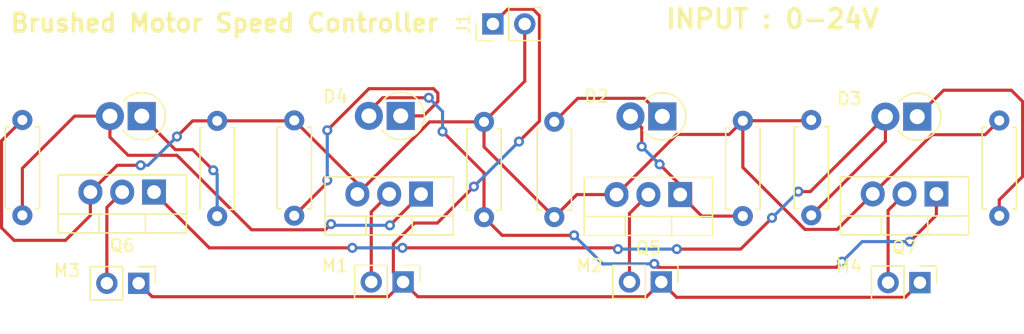
<source format=kicad_pcb>
(kicad_pcb (version 20221018) (generator pcbnew)
  (layers (0 "F.Cu" signal) (31 "B.Cu" signal) (34 "B.Paste" user) (35 "F.Paste" user) (36 "B.SilkS" user "B.Silkscreen") (37 "F.SilkS" user "F.Silkscreen") (38 "B.Mask" user) (39 "F.Mask" user) (44 "Edge.Cuts" user))
  (net 0 "")
  (net 1 "PWM_SIGNAL_1")
  (net 2 "Net-(M1--)")
  (net 3 "GND")
  (net 4 "Net-(M2--)")
  (net 5 "Net-(M3--)")
  (net 6 "Net-(M4--)")
  (net 7 "Net-(D1-K)")
  (net 8 "Net-(D2-K)")
  (net 9 "Net-(D3-K)")
  (net 10 "Net-(D4-K)")
  (net 11 "PWM_SIGNAL_2")
  (net 12 "PWM_SIGNAL_4")
  (net 13 "PWM_SIGNAL_3")
  (net 14 "0-24V")
  (footprint "Resistor_THT:R_Axial_DIN0207_L6.3mm_D2.5mm_P7.62mm_Horizontal" (layer "F.Cu") (at 85.71 68.05 90)
    (fp_text reference "R7" hide)
    (fp_text value "1k")
    (fp_line (start 0.54 -1.37) (end 7.08 -1.37) (stroke (width 0.12)) (layer "F.SilkS"))
    (fp_line (start 0.54 -1.04) (end 0.54 -1.37) (stroke (width 0.12)) (layer "F.SilkS"))
    (fp_line (start 0.54 1.04) (end 0.54 1.37) (stroke (width 0.12)) (layer "F.SilkS"))
    (fp_line (start 0.54 1.37) (end 7.08 1.37) (stroke (width 0.12)) (layer "F.SilkS"))
    (fp_line (start 7.08 -1.37) (end 7.08 -1.04) (stroke (width 0.12)) (layer "F.SilkS"))
    (fp_line (start 7.08 1.37) (end 7.08 1.04) (stroke (width 0.12)) (layer "F.SilkS"))
    (pad "1" thru_hole circle (at 0 0 90) (size 1.6 1.6) (drill 0.8) (layers "*.Cu" "*.Mask") (net 13 "PWM_SIGNAL_3"))
    (pad "2" thru_hole oval (at 7.62 0 90) (size 1.6 1.6) (drill 0.8) (layers "*.Cu" "*.Mask") (net 3 "GND"))
  )
  (footprint "Diode_THT:D_DO-15_P2.54mm_Vertical_AnodeUp" (layer "F.Cu") (at 79.06 59.95 180)
    (fp_text reference "D4" (at 5.21 1.53) (layer "F.SilkS"))
    (fp_text value "POWER_LED")
    (fp_arc (start 1.456371 1.194732) (mid -1.883124 -0.047368) (end 1.514596 -1.12) (stroke (width 0.12)) (layer "F.SilkS"))
    (pad "1" thru_hole rect (at 0 0 180) (size 2.24 2.24) (drill 1.2) (layers "*.Cu" "*.Mask") (net 10 "Net-(D4-K)"))
    (pad "2" thru_hole oval (at 2.54 0 180) (size 2.24 2.24) (drill 1.2) (layers "*.Cu" "*.Mask") (net 13 "PWM_SIGNAL_3"))
  )
  (footprint "Resistor_THT:R_Axial_DIN0207_L6.3mm_D2.5mm_P7.62mm_Horizontal" (layer "F.Cu") (at 106.37 67.96 90)
    (fp_text reference "R3" hide)
    (fp_text value "1k")
    (fp_line (start 0.54 -1.37) (end 7.08 -1.37) (stroke (width 0.12)) (layer "F.SilkS"))
    (fp_line (start 0.54 -1.04) (end 0.54 -1.37) (stroke (width 0.12)) (layer "F.SilkS"))
    (fp_line (start 0.54 1.04) (end 0.54 1.37) (stroke (width 0.12)) (layer "F.SilkS"))
    (fp_line (start 0.54 1.37) (end 7.08 1.37) (stroke (width 0.12)) (layer "F.SilkS"))
    (fp_line (start 7.08 -1.37) (end 7.08 -1.04) (stroke (width 0.12)) (layer "F.SilkS"))
    (fp_line (start 7.08 1.37) (end 7.08 1.04) (stroke (width 0.12)) (layer "F.SilkS"))
    (pad "1" thru_hole circle (at 0 0 90) (size 1.6 1.6) (drill 0.8) (layers "*.Cu" "*.Mask") (net 11 "PWM_SIGNAL_2"))
    (pad "2" thru_hole oval (at 7.62 0 90) (size 1.6 1.6) (drill 0.8) (layers "*.Cu" "*.Mask") (net 3 "GND"))
  )
  (footprint "Connector_PinHeader_2.54mm:PinHeader_1x02_P2.54mm_Vertical" (layer "F.Cu") (at 58.145 73.33 -90)
    (fp_text reference "M3" (at -1.01 5.72 -180) (layer "F.SilkS"))
    (fp_text value "Motor_DC")
    (fp_line (start -1.33 -1.33) (end 0 -1.33) (stroke (width 0.12)) (layer "F.SilkS"))
    (fp_line (start -1.33 0) (end -1.33 -1.33) (stroke (width 0.12)) (layer "F.SilkS"))
    (fp_line (start -1.33 1.27) (end -1.33 3.87) (stroke (width 0.12)) (layer "F.SilkS"))
    (fp_line (start -1.33 1.27) (end 1.33 1.27) (stroke (width 0.12)) (layer "F.SilkS"))
    (fp_line (start -1.33 3.87) (end 1.33 3.87) (stroke (width 0.12)) (layer "F.SilkS"))
    (fp_line (start 1.33 1.27) (end 1.33 3.87) (stroke (width 0.12)) (layer "F.SilkS"))
    (pad "1" thru_hole rect (at 0 0 270) (size 1.7 1.7) (drill 1) (layers "*.Cu" "*.Mask") (net 14 "0-24V"))
    (pad "2" thru_hole oval (at 0 2.54 270) (size 1.7 1.7) (drill 1) (layers "*.Cu" "*.Mask") (net 5 "Net-(M3--)"))
  )
  (footprint "Resistor_THT:R_Axial_DIN0207_L6.3mm_D2.5mm_P7.62mm_Horizontal" (layer "F.Cu") (at 126.84 67.94 90)
    (fp_text reference "R6" hide)
    (fp_text value "1k")
    (fp_line (start 0.54 -1.37) (end 7.08 -1.37) (stroke (width 0.12)) (layer "F.SilkS"))
    (fp_line (start 0.54 -1.04) (end 0.54 -1.37) (stroke (width 0.12)) (layer "F.SilkS"))
    (fp_line (start 0.54 1.04) (end 0.54 1.37) (stroke (width 0.12)) (layer "F.SilkS"))
    (fp_line (start 0.54 1.37) (end 7.08 1.37) (stroke (width 0.12)) (layer "F.SilkS"))
    (fp_line (start 7.08 -1.37) (end 7.08 -1.04) (stroke (width 0.12)) (layer "F.SilkS"))
    (fp_line (start 7.08 1.37) (end 7.08 1.04) (stroke (width 0.12)) (layer "F.SilkS"))
    (pad "1" thru_hole circle (at 0 0 90) (size 1.6 1.6) (drill 0.8) (layers "*.Cu" "*.Mask") (net 9 "Net-(D3-K)"))
    (pad "2" thru_hole oval (at 7.62 0 90) (size 1.6 1.6) (drill 0.8) (layers "*.Cu" "*.Mask") (net 3 "GND"))
  )
  (footprint "Package_TO_SOT_THT:TO-220-3_Vertical" (layer "F.Cu") (at 80.68 66.2 180)
    (fp_text reference "Q1" hide)
    (fp_text value "IRF520N")
    (fp_line (start -2.58 -3.27) (end -2.58 1.371) (stroke (width 0.12)) (layer "F.SilkS"))
    (fp_line (start -2.58 -3.27) (end 7.66 -3.27) (stroke (width 0.12)) (layer "F.SilkS"))
    (fp_line (start -2.58 -1.76) (end 7.66 -1.76) (stroke (width 0.12)) (layer "F.SilkS"))
    (fp_line (start -2.58 1.371) (end 7.66 1.371) (stroke (width 0.12)) (layer "F.SilkS"))
    (fp_line (start 0.69 -3.27) (end 0.69 -1.76) (stroke (width 0.12)) (layer "F.SilkS"))
    (fp_line (start 4.391 -3.27) (end 4.391 -1.76) (stroke (width 0.12)) (layer "F.SilkS"))
    (fp_line (start 7.66 -3.27) (end 7.66 1.371) (stroke (width 0.12)) (layer "F.SilkS"))
    (pad "1" thru_hole rect (at 0 0 180) (size 1.905 2) (drill 1.1) (layers "*.Cu" "*.Mask") (net 1 "PWM_SIGNAL_1"))
    (pad "2" thru_hole oval (at 2.54 0 180) (size 1.905 2) (drill 1.1) (layers "*.Cu" "*.Mask") (net 2 "Net-(M1--)"))
    (pad "3" thru_hole oval (at 5.08 0 180) (size 1.905 2) (drill 1.1) (layers "*.Cu" "*.Mask") (net 3 "GND"))
  )
  (footprint "Resistor_THT:R_Axial_DIN0207_L6.3mm_D2.5mm_P7.62mm_Horizontal" (layer "F.Cu") (at 64.41 67.97 90)
    (fp_text reference "R2" hide)
    (fp_text value "1k")
    (fp_line (start 0.54 -1.37) (end 7.08 -1.37) (stroke (width 0.12)) (layer "F.SilkS"))
    (fp_line (start 0.54 -1.04) (end 0.54 -1.37) (stroke (width 0.12)) (layer "F.SilkS"))
    (fp_line (start 0.54 1.04) (end 0.54 1.37) (stroke (width 0.12)) (layer "F.SilkS"))
    (fp_line (start 0.54 1.37) (end 7.08 1.37) (stroke (width 0.12)) (layer "F.SilkS"))
    (fp_line (start 7.08 -1.37) (end 7.08 -1.04) (stroke (width 0.12)) (layer "F.SilkS"))
    (fp_line (start 7.08 1.37) (end 7.08 1.04) (stroke (width 0.12)) (layer "F.SilkS"))
    (pad "1" thru_hole circle (at 0 0 90) (size 1.6 1.6) (drill 0.8) (layers "*.Cu" "*.Mask") (net 7 "Net-(D1-K)"))
    (pad "2" thru_hole oval (at 7.62 0 90) (size 1.6 1.6) (drill 0.8) (layers "*.Cu" "*.Mask") (net 3 "GND"))
  )
  (footprint "Resistor_THT:R_Axial_DIN0207_L6.3mm_D2.5mm_P7.62mm_Horizontal" (layer "F.Cu") (at 91.32 60.42 -90)
    (fp_text reference "R4" hide)
    (fp_text value "1k")
    (fp_line (start 0.54 -1.37) (end 7.08 -1.37) (stroke (width 0.12)) (layer "F.SilkS"))
    (fp_line (start 0.54 -1.04) (end 0.54 -1.37) (stroke (width 0.12)) (layer "F.SilkS"))
    (fp_line (start 0.54 1.04) (end 0.54 1.37) (stroke (width 0.12)) (layer "F.SilkS"))
    (fp_line (start 0.54 1.37) (end 7.08 1.37) (stroke (width 0.12)) (layer "F.SilkS"))
    (fp_line (start 7.08 -1.37) (end 7.08 -1.04) (stroke (width 0.12)) (layer "F.SilkS"))
    (fp_line (start 7.08 1.37) (end 7.08 1.04) (stroke (width 0.12)) (layer "F.SilkS"))
    (pad "1" thru_hole circle (at 0 0 270) (size 1.6 1.6) (drill 0.8) (layers "*.Cu" "*.Mask") (net 8 "Net-(D2-K)"))
    (pad "2" thru_hole oval (at 7.62 0 270) (size 1.6 1.6) (drill 0.8) (layers "*.Cu" "*.Mask") (net 3 "GND"))
  )
  (footprint "Resistor_THT:R_Axial_DIN0207_L6.3mm_D2.5mm_P7.62mm_Horizontal" (layer "F.Cu") (at 48.86 67.9 90)
    (fp_text reference "R1" hide)
    (fp_text value "1k")
    (fp_line (start 0.54 -1.37) (end 7.08 -1.37) (stroke (width 0.12)) (layer "F.SilkS"))
    (fp_line (start 0.54 -1.04) (end 0.54 -1.37) (stroke (width 0.12)) (layer "F.SilkS"))
    (fp_line (start 0.54 1.04) (end 0.54 1.37) (stroke (width 0.12)) (layer "F.SilkS"))
    (fp_line (start 0.54 1.37) (end 7.08 1.37) (stroke (width 0.12)) (layer "F.SilkS"))
    (fp_line (start 7.08 -1.37) (end 7.08 -1.04) (stroke (width 0.12)) (layer "F.SilkS"))
    (fp_line (start 7.08 1.37) (end 7.08 1.04) (stroke (width 0.12)) (layer "F.SilkS"))
    (pad "1" thru_hole circle (at 0 0 90) (size 1.6 1.6) (drill 0.8) (layers "*.Cu" "*.Mask") (net 1 "PWM_SIGNAL_1"))
    (pad "2" thru_hole oval (at 7.62 0 90) (size 1.6 1.6) (drill 0.8) (layers "*.Cu" "*.Mask") (net 3 "GND"))
  )
  (footprint "Connector_PinHeader_2.54mm:PinHeader_1x02_P2.54mm_Vertical" (layer "F.Cu") (at 79.25 73.23 -90)
    (fp_text reference "M1" (at -1.31 5.45 -180) (layer "F.SilkS"))
    (fp_text value "Motor_DC")
    (fp_line (start -1.33 -1.33) (end 0 -1.33) (stroke (width 0.12)) (layer "F.SilkS"))
    (fp_line (start -1.33 0) (end -1.33 -1.33) (stroke (width 0.12)) (layer "F.SilkS"))
    (fp_line (start -1.33 1.27) (end -1.33 3.87) (stroke (width 0.12)) (layer "F.SilkS"))
    (fp_line (start -1.33 1.27) (end 1.33 1.27) (stroke (width 0.12)) (layer "F.SilkS"))
    (fp_line (start -1.33 3.87) (end 1.33 3.87) (stroke (width 0.12)) (layer "F.SilkS"))
    (fp_line (start 1.33 1.27) (end 1.33 3.87) (stroke (width 0.12)) (layer "F.SilkS"))
    (pad "1" thru_hole rect (at 0 0 270) (size 1.7 1.7) (drill 1) (layers "*.Cu" "*.Mask") (net 14 "0-24V"))
    (pad "2" thru_hole oval (at 0 2.54 270) (size 1.7 1.7) (drill 1) (layers "*.Cu" "*.Mask") (net 2 "Net-(M1--)"))
  )
  (footprint "Diode_THT:D_DO-15_P2.54mm_Vertical_AnodeUp" (layer "F.Cu") (at 99.94 59.99 180)
    (fp_text reference "D2" (at 5.24 1.61) (layer "F.SilkS"))
    (fp_text value "POWER_LED")
    (fp_arc (start 1.456371 1.194732) (mid -1.883124 -0.047368) (end 1.514596 -1.12) (stroke (width 0.12)) (layer "F.SilkS"))
    (pad "1" thru_hole rect (at 0 0 180) (size 2.24 2.24) (drill 1.2) (layers "*.Cu" "*.Mask") (net 8 "Net-(D2-K)"))
    (pad "2" thru_hole oval (at 2.54 0 180) (size 2.24 2.24) (drill 1.2) (layers "*.Cu" "*.Mask") (net 11 "PWM_SIGNAL_2"))
  )
  (footprint "Package_TO_SOT_THT:TO-220-3_Vertical" (layer "F.Cu") (at 101.37 66.24 180)
    (fp_text reference "Q5" (at 2.54 -4.27) (layer "F.SilkS"))
    (fp_text value "IRF520N")
    (fp_line (start -2.58 -3.27) (end -2.58 1.371) (stroke (width 0.12)) (layer "F.SilkS"))
    (fp_line (start -2.58 -3.27) (end 7.66 -3.27) (stroke (width 0.12)) (layer "F.SilkS"))
    (fp_line (start -2.58 -1.76) (end 7.66 -1.76) (stroke (width 0.12)) (layer "F.SilkS"))
    (fp_line (start -2.58 1.371) (end 7.66 1.371) (stroke (width 0.12)) (layer "F.SilkS"))
    (fp_line (start 0.69 -3.27) (end 0.69 -1.76) (stroke (width 0.12)) (layer "F.SilkS"))
    (fp_line (start 4.391 -3.27) (end 4.391 -1.76) (stroke (width 0.12)) (layer "F.SilkS"))
    (fp_line (start 7.66 -3.27) (end 7.66 1.371) (stroke (width 0.12)) (layer "F.SilkS"))
    (pad "1" thru_hole rect (at 0 0 180) (size 1.905 2) (drill 1.1) (layers "*.Cu" "*.Mask") (net 11 "PWM_SIGNAL_2"))
    (pad "2" thru_hole oval (at 2.54 0 180) (size 1.905 2) (drill 1.1) (layers "*.Cu" "*.Mask") (net 4 "Net-(M2--)"))
    (pad "3" thru_hole oval (at 5.08 0 180) (size 1.905 2) (drill 1.1) (layers "*.Cu" "*.Mask") (net 3 "GND"))
  )
  (footprint "Diode_THT:D_DO-15_P2.54mm_Vertical_AnodeUp" (layer "F.Cu") (at 120.29 60.01 180)
    (fp_text reference "D3" (at 5.4 1.43) (layer "F.SilkS"))
    (fp_text value "POWER_LED")
    (fp_arc (start 1.456371 1.194732) (mid -1.883124 -0.047368) (end 1.514596 -1.12) (stroke (width 0.12)) (layer "F.SilkS"))
    (pad "1" thru_hole rect (at 0 0 180) (size 2.24 2.24) (drill 1.2) (layers "*.Cu" "*.Mask") (net 9 "Net-(D3-K)"))
    (pad "2" thru_hole oval (at 2.54 0 180) (size 2.24 2.24) (drill 1.2) (layers "*.Cu" "*.Mask") (net 12 "PWM_SIGNAL_4"))
  )
  (footprint "Package_TO_SOT_THT:TO-220-3_Vertical" (layer "F.Cu") (at 121.82 66.19 180)
    (fp_text reference "Q7" (at 2.54 -4.27) (layer "F.SilkS"))
    (fp_text value "IRF520N")
    (fp_line (start -2.58 -3.27) (end -2.58 1.371) (stroke (width 0.12)) (layer "F.SilkS"))
    (fp_line (start -2.58 -3.27) (end 7.66 -3.27) (stroke (width 0.12)) (layer "F.SilkS"))
    (fp_line (start -2.58 -1.76) (end 7.66 -1.76) (stroke (width 0.12)) (layer "F.SilkS"))
    (fp_line (start -2.58 1.371) (end 7.66 1.371) (stroke (width 0.12)) (layer "F.SilkS"))
    (fp_line (start 0.69 -3.27) (end 0.69 -1.76) (stroke (width 0.12)) (layer "F.SilkS"))
    (fp_line (start 4.391 -3.27) (end 4.391 -1.76) (stroke (width 0.12)) (layer "F.SilkS"))
    (fp_line (start 7.66 -3.27) (end 7.66 1.371) (stroke (width 0.12)) (layer "F.SilkS"))
    (pad "1" thru_hole rect (at 0 0 180) (size 1.905 2) (drill 1.1) (layers "*.Cu" "*.Mask") (net 13 "PWM_SIGNAL_3"))
    (pad "2" thru_hole oval (at 2.54 0 180) (size 1.905 2) (drill 1.1) (layers "*.Cu" "*.Mask") (net 6 "Net-(M4--)"))
    (pad "3" thru_hole oval (at 5.08 0 180) (size 1.905 2) (drill 1.1) (layers "*.Cu" "*.Mask") (net 3 "GND"))
  )
  (footprint "Connector_PinHeader_2.54mm:PinHeader_1x02_P2.54mm_Vertical" (layer "F.Cu") (at 120.505 73.28 -90)
    (fp_text reference "M4" (at -1.31 5.665 -180) (layer "F.SilkS"))
    (fp_text value "Motor_DC")
    (fp_line (start -1.33 -1.33) (end 0 -1.33) (stroke (width 0.12)) (layer "F.SilkS"))
    (fp_line (start -1.33 0) (end -1.33 -1.33) (stroke (width 0.12)) (layer "F.SilkS"))
    (fp_line (start -1.33 1.27) (end -1.33 3.87) (stroke (width 0.12)) (layer "F.SilkS"))
    (fp_line (start -1.33 1.27) (end 1.33 1.27) (stroke (width 0.12)) (layer "F.SilkS"))
    (fp_line (start -1.33 3.87) (end 1.33 3.87) (stroke (width 0.12)) (layer "F.SilkS"))
    (fp_line (start 1.33 1.27) (end 1.33 3.87) (stroke (width 0.12)) (layer "F.SilkS"))
    (pad "1" thru_hole rect (at 0 0 270) (size 1.7 1.7) (drill 1) (layers "*.Cu" "*.Mask") (net 14 "0-24V"))
    (pad "2" thru_hole oval (at 0 2.54 270) (size 1.7 1.7) (drill 1) (layers "*.Cu" "*.Mask") (net 6 "Net-(M4--)"))
  )
  (footprint "Diode_THT:D_DO-15_P2.54mm_Vertical_AnodeUp" (layer "F.Cu") (at 58.39 59.97 180)
    (fp_text reference "D1" hide)
    (fp_text value "POWER_LED")
    (fp_arc (start 1.456371 1.194732) (mid -1.883124 -0.047368) (end 1.514596 -1.12) (stroke (width 0.12)) (layer "F.SilkS"))
    (pad "1" thru_hole rect (at 0 0 180) (size 2.24 2.24) (drill 1.2) (layers "*.Cu" "*.Mask") (net 7 "Net-(D1-K)"))
    (pad "2" thru_hole oval (at 2.54 0 180) (size 2.24 2.24) (drill 1.2) (layers "*.Cu" "*.Mask") (net 1 "PWM_SIGNAL_1"))
  )
  (footprint "Connector_PinHeader_2.54mm:PinHeader_1x02_P2.54mm_Vertical" (layer "F.Cu") (at 86.42 52.6 90)
    (fp_text reference "J1" (at 0 -2.33 90) (layer "F.SilkS"))
    (fp_text value "Vbat")
    (fp_line (start -1.33 -1.33) (end 0 -1.33) (stroke (width 0.12)) (layer "F.SilkS"))
    (fp_line (start -1.33 0) (end -1.33 -1.33) (stroke (width 0.12)) (layer "F.SilkS"))
    (fp_line (start -1.33 1.27) (end -1.33 3.87) (stroke (width 0.12)) (layer "F.SilkS"))
    (fp_line (start -1.33 1.27) (end 1.33 1.27) (stroke (width 0.12)) (layer "F.SilkS"))
    (fp_line (start -1.33 3.87) (end 1.33 3.87) (stroke (width 0.12)) (layer "F.SilkS"))
    (fp_line (start 1.33 1.27) (end 1.33 3.87) (stroke (width 0.12)) (layer "F.SilkS"))
    (pad "1" thru_hole rect (at 0 0 90) (size 1.7 1.7) (drill 1) (layers "*.Cu" "*.Mask") (net 14 "0-24V"))
    (pad "2" thru_hole oval (at 0 2.54 90) (size 1.7 1.7) (drill 1) (layers "*.Cu" "*.Mask") (net 3 "GND"))
  )
  (footprint "Resistor_THT:R_Axial_DIN0207_L6.3mm_D2.5mm_P7.62mm_Horizontal" (layer "F.Cu") (at 70.56 67.93 90)
    (fp_text reference "R8" hide)
    (fp_text value "1k")
    (fp_line (start 0.54 -1.37) (end 7.08 -1.37) (stroke (width 0.12)) (layer "F.SilkS"))
    (fp_line (start 0.54 -1.04) (end 0.54 -1.37) (stroke (width 0.12)) (layer "F.SilkS"))
    (fp_line (start 0.54 1.04) (end 0.54 1.37) (stroke (width 0.12)) (layer "F.SilkS"))
    (fp_line (start 0.54 1.37) (end 7.08 1.37) (stroke (width 0.12)) (layer "F.SilkS"))
    (fp_line (start 7.08 -1.37) (end 7.08 -1.04) (stroke (width 0.12)) (layer "F.SilkS"))
    (fp_line (start 7.08 1.37) (end 7.08 1.04) (stroke (width 0.12)) (layer "F.SilkS"))
    (pad "1" thru_hole circle (at 0 0 90) (size 1.6 1.6) (drill 0.8) (layers "*.Cu" "*.Mask") (net 10 "Net-(D4-K)"))
    (pad "2" thru_hole oval (at 7.62 0 90) (size 1.6 1.6) (drill 0.8) (layers "*.Cu" "*.Mask") (net 3 "GND"))
  )
  (footprint "Resistor_THT:R_Axial_DIN0207_L6.3mm_D2.5mm_P7.62mm_Horizontal" (layer "F.Cu") (at 111.83 67.9 90)
    (fp_text reference "R5" hide)
    (fp_text value "1k")
    (fp_line (start 0.54 -1.37) (end 7.08 -1.37) (stroke (width 0.12)) (layer "F.SilkS"))
    (fp_line (start 0.54 -1.04) (end 0.54 -1.37) (stroke (width 0.12)) (layer "F.SilkS"))
    (fp_line (start 0.54 1.04) (end 0.54 1.37) (stroke (width 0.12)) (layer "F.SilkS"))
    (fp_line (start 0.54 1.37) (end 7.08 1.37) (stroke (width 0.12)) (layer "F.SilkS"))
    (fp_line (start 7.08 -1.37) (end 7.08 -1.04) (stroke (width 0.12)) (layer "F.SilkS"))
    (fp_line (start 7.08 1.37) (end 7.08 1.04) (stroke (width 0.12)) (layer "F.SilkS"))
    (pad "1" thru_hole circle (at 0 0 90) (size 1.6 1.6) (drill 0.8) (layers "*.Cu" "*.Mask") (net 12 "PWM_SIGNAL_4"))
    (pad "2" thru_hole oval (at 7.62 0 90) (size 1.6 1.6) (drill 0.8) (layers "*.Cu" "*.Mask") (net 3 "GND"))
  )
  (footprint "Connector_PinHeader_2.54mm:PinHeader_1x02_P2.54mm_Vertical" (layer "F.Cu") (at 99.86 73.23 -90)
    (fp_text reference "M2" (at -1.31 5.72 -180) (layer "F.SilkS"))
    (fp_text value "Motor_DC")
    (fp_line (start -1.33 -1.33) (end 0 -1.33) (stroke (width 0.12)) (layer "F.SilkS"))
    (fp_line (start -1.33 0) (end -1.33 -1.33) (stroke (width 0.12)) (layer "F.SilkS"))
    (fp_line (start -1.33 1.27) (end -1.33 3.87) (stroke (width 0.12)) (layer "F.SilkS"))
    (fp_line (start -1.33 1.27) (end 1.33 1.27) (stroke (width 0.12)) (layer "F.SilkS"))
    (fp_line (start -1.33 3.87) (end 1.33 3.87) (stroke (width 0.12)) (layer "F.SilkS"))
    (fp_line (start 1.33 1.27) (end 1.33 3.87) (stroke (width 0.12)) (layer "F.SilkS"))
    (pad "1" thru_hole rect (at 0 0 270) (size 1.7 1.7) (drill 1) (layers "*.Cu" "*.Mask") (net 14 "0-24V"))
    (pad "2" thru_hole oval (at 0 2.54 270) (size 1.7 1.7) (drill 1) (layers "*.Cu" "*.Mask") (net 4 "Net-(M2--)"))
  )
  (footprint "Package_TO_SOT_THT:TO-220-3_Vertical" (layer "F.Cu") (at 59.37 66.04 180)
    (fp_text reference "Q6" (at 2.54 -4.27) (layer "F.SilkS"))
    (fp_text value "IRF520N")
    (fp_line (start -2.58 -3.27) (end -2.58 1.371) (stroke (width 0.12)) (layer "F.SilkS"))
    (fp_line (start -2.58 -3.27) (end 7.66 -3.27) (stroke (width 0.12)) (layer "F.SilkS"))
    (fp_line (start -2.58 -1.76) (end 7.66 -1.76) (stroke (width 0.12)) (layer "F.SilkS"))
    (fp_line (start -2.58 1.371) (end 7.66 1.371) (stroke (width 0.12)) (layer "F.SilkS"))
    (fp_line (start 0.69 -3.27) (end 0.69 -1.76) (stroke (width 0.12)) (layer "F.SilkS"))
    (fp_line (start 4.391 -3.27) (end 4.391 -1.76) (stroke (width 0.12)) (layer "F.SilkS"))
    (fp_line (start 7.66 -3.27) (end 7.66 1.371) (stroke (width 0.12)) (layer "F.SilkS"))
    (pad "1" thru_hole rect (at 0 0 180) (size 1.905 2) (drill 1.1) (layers "*.Cu" "*.Mask") (net 12 "PWM_SIGNAL_4"))
    (pad "2" thru_hole oval (at 2.54 0 180) (size 1.905 2) (drill 1.1) (layers "*.Cu" "*.Mask") (net 5 "Net-(M3--)"))
    (pad "3" thru_hole oval (at 5.08 0 180) (size 1.905 2) (drill 1.1) (layers "*.Cu" "*.Mask") (net 3 "GND"))
  )
  (gr_text "Brushed Motor Speed Controller " (at 47.752 53.34) (layer "F.SilkS") (effects (font (size 1.4 1.4) (thickness 0.3) bold) (justify left bottom)))
  (gr_text "INPUT : 0-24V" (at 100.076 53.086) (layer "F.SilkS") (effects (font (size 1.5 1.5) (thickness 0.3) bold) (justify left bottom)))
  (segment (start 53.03 59.97) (end 55.85 59.97) (width 0.25) (layer "F.Cu") (net 1))
  (segment (start 48.86 64.14) (end 53.03 59.97) (width 0.25) (layer "F.Cu") (net 1))
  (segment (start 55.85 61.65) (end 55.85 59.97) (width 0.25) (layer "F.Cu") (net 1))
  (segment (start 80.68 66.2) (end 80.68 66.22) (width 0.25) (layer "F.Cu") (net 1))
  (segment (start 48.86 67.9) (end 48.86 64.14) (width 0.25) (layer "F.Cu") (net 1))
  (segment (start 61.2 63.1) (end 57.3 63.1) (width 0.25) (layer "F.Cu") (net 1))
  (segment (start 57.3 63.1) (end 55.85 61.65) (width 0.25) (layer "F.Cu") (net 1))
  (segment (start 80.68 66.22) (end 78.2 68.7) (width 0.25) (layer "F.Cu") (net 1))
  (segment (start 73.5 68.6) (end 73.045 69.055) (width 0.25) (layer "F.Cu") (net 1))
  (segment (start 73.045 69.055) (end 67.155 69.055) (width 0.25) (layer "F.Cu") (net 1))
  (segment (start 67.155 69.055) (end 61.2 63.1) (width 0.25) (layer "F.Cu") (net 1))
  (via (at 73.5 68.6) (size 0.8) (drill 0.4) (layers "F.Cu" "B.Cu") (net 1))
  (via (at 78.2 68.7) (size 0.8) (drill 0.4) (layers "F.Cu" "B.Cu") (net 1))
  (segment (start 73.6 68.7) (end 73.5 68.6) (width 0.25) (layer "B.Cu") (net 1))
  (segment (start 78.2 68.7) (end 73.6 68.7) (width 0.25) (layer "B.Cu") (net 1))
  (segment (start 76.71 73.23) (end 76.71 67.63) (width 0.25) (layer "F.Cu") (net 2))
  (segment (start 76.71 67.63) (end 78.14 66.2) (width 0.25) (layer "F.Cu") (net 2))
  (segment (start 52.3 69.9) (end 54.29 67.91) (width 0.25) (layer "F.Cu") (net 3))
  (segment (start 85.71 62.43) (end 91.32 68.04) (width 0.25) (layer "F.Cu") (net 3))
  (segment (start 126.84 60.32) (end 125.705 61.455) (width 0.25) (layer "F.Cu") (net 3))
  (segment (start 56.43 63.9) (end 58.3 63.9) (width 0.25) (layer "F.Cu") (net 3))
  (segment (start 121.475 61.455) (end 116.74 66.19) (width 0.25) (layer "F.Cu") (net 3))
  (segment (start 64.41 60.35) (end 70.52 60.35) (width 0.25) (layer "F.Cu") (net 3))
  (segment (start 106.37 64.07) (end 106.37 60.34) (width 0.25) (layer "F.Cu") (net 3))
  (segment (start 113.905 69.025) (end 111.325 69.025) (width 0.25) (layer "F.Cu") (net 3))
  (segment (start 70.56 60.31) (end 75.6 65.35) (width 0.25) (layer "F.Cu") (net 3))
  (segment (start 48.86 60.28) (end 47.2 61.94) (width 0.25) (layer "F.Cu") (net 3))
  (segment (start 85.71 60.43) (end 81.37 60.43) (width 0.25) (layer "F.Cu") (net 3))
  (segment (start 47.2 61.94) (end 47.2 68.9) (width 0.25) (layer "F.Cu") (net 3))
  (segment (start 70.52 60.35) (end 70.56 60.31) (width 0.25) (layer "F.Cu") (net 3))
  (segment (start 111.325 69.025) (end 106.37 64.07) (width 0.25) (layer "F.Cu") (net 3))
  (segment (start 116.74 66.19) (end 113.905 69.025) (width 0.25) (layer "F.Cu") (net 3))
  (segment (start 106.37 60.34) (end 105.275 61.435) (width 0.25) (layer "F.Cu") (net 3))
  (segment (start 93.12 66.24) (end 91.32 68.04) (width 0.25) (layer "F.Cu") (net 3))
  (segment (start 101.095 61.435) (end 96.29 66.24) (width 0.25) (layer "F.Cu") (net 3))
  (segment (start 48.2 69.9) (end 52.3 69.9) (width 0.25) (layer "F.Cu") (net 3))
  (segment (start 111.77 60.34) (end 111.83 60.28) (width 0.25) (layer "F.Cu") (net 3))
  (segment (start 75.6 65.35) (end 75.6 66.2) (width 0.25) (layer "F.Cu") (net 3))
  (segment (start 54.29 67.91) (end 54.29 66.04) (width 0.25) (layer "F.Cu") (net 3))
  (segment (start 62.45 60.35) (end 64.41 60.35) (width 0.25) (layer "F.Cu") (net 3))
  (segment (start 47.2 68.9) (end 48.2 69.9) (width 0.25) (layer "F.Cu") (net 3))
  (segment (start 105.275 61.435) (end 101.095 61.435) (width 0.25) (layer "F.Cu") (net 3))
  (segment (start 106.37 60.34) (end 111.77 60.34) (width 0.25) (layer "F.Cu") (net 3))
  (segment (start 61.2 61.6) (end 62.45 60.35) (width 0.25) (layer "F.Cu") (net 3))
  (segment (start 81.37 60.43) (end 75.6 66.2) (width 0.25) (layer "F.Cu") (net 3))
  (segment (start 88.96 52.6) (end 88.96 57.18) (width 0.25) (layer "F.Cu") (net 3))
  (segment (start 54.29 66.04) (end 56.43 63.9) (width 0.25) (layer "F.Cu") (net 3))
  (segment (start 96.29 66.24) (end 93.12 66.24) (width 0.25) (layer "F.Cu") (net 3))
  (segment (start 88.96 57.18) (end 85.71 60.43) (width 0.25) (layer "F.Cu") (net 3))
  (segment (start 125.705 61.455) (end 121.475 61.455) (width 0.25) (layer "F.Cu") (net 3))
  (segment (start 85.71 60.43) (end 85.71 62.43) (width 0.25) (layer "F.Cu") (net 3))
  (via (at 58.3 63.9) (size 0.8) (drill 0.4) (layers "F.Cu" "B.Cu") (net 3))
  (via (at 61.2 61.6) (size 0.8) (drill 0.4) (layers "F.Cu" "B.Cu") (net 3))
  (segment (start 58.9 63.9) (end 61.2 61.6) (width 0.25) (layer "B.Cu") (net 3))
  (segment (start 58.3 63.9) (end 58.9 63.9) (width 0.25) (layer "B.Cu") (net 3))
  (segment (start 97.32 67.75) (end 98.83 66.24) (width 0.25) (layer "F.Cu") (net 4))
  (segment (start 97.32 73.23) (end 97.32 67.75) (width 0.25) (layer "F.Cu") (net 4))
  (segment (start 55.605 67.265) (end 56.83 66.04) (width 0.25) (layer "F.Cu") (net 5))
  (segment (start 55.605 73.33) (end 55.605 67.265) (width 0.25) (layer "F.Cu") (net 5))
  (segment (start 117.965 73.28) (end 117.965 67.505) (width 0.25) (layer "F.Cu") (net 6))
  (segment (start 117.965 67.505) (end 119.28 66.19) (width 0.25) (layer "F.Cu") (net 6))
  (segment (start 61.07 62.65) (end 62.45 62.65) (width 0.25) (layer "F.Cu") (net 7))
  (segment (start 58.39 59.97) (end 61.07 62.65) (width 0.25) (layer "F.Cu") (net 7))
  (segment (start 62.45 62.65) (end 64.1 64.3) (width 0.25) (layer "F.Cu") (net 7))
  (via (at 64.1 64.3) (size 0.8) (drill 0.4) (layers "F.Cu" "B.Cu") (net 7))
  (segment (start 64.41 64.61) (end 64.41 67.97) (width 0.25) (layer "B.Cu") (net 7))
  (segment (start 64.1 64.3) (end 64.41 64.61) (width 0.25) (layer "B.Cu") (net 7))
  (segment (start 93.195 58.545) (end 91.32 60.42) (width 0.25) (layer "F.Cu") (net 8))
  (segment (start 99.94 59.99) (end 98.495 58.545) (width 0.25) (layer "F.Cu") (net 8))
  (segment (start 98.495 58.545) (end 93.195 58.545) (width 0.25) (layer "F.Cu") (net 8))
  (segment (start 127.8 57.9) (end 122.4 57.9) (width 0.25) (layer "F.Cu") (net 9))
  (segment (start 126.84 66.66) (end 128.7 64.8) (width 0.25) (layer "F.Cu") (net 9))
  (segment (start 128.7 64.8) (end 128.7 58.8) (width 0.25) (layer "F.Cu") (net 9))
  (segment (start 122.4 57.9) (end 120.29 60.01) (width 0.25) (layer "F.Cu") (net 9))
  (segment (start 128.7 58.8) (end 127.8 57.9) (width 0.25) (layer "F.Cu") (net 9))
  (segment (start 126.84 67.94) (end 126.84 66.66) (width 0.25) (layer "F.Cu") (net 9))
  (segment (start 79.06 59.95) (end 80.875305 59.95) (width 0.25) (layer "F.Cu") (net 10))
  (segment (start 76.525 57.775) (end 73.2 61.1) (width 0.25) (layer "F.Cu") (net 10))
  (segment (start 73.2 65.29) (end 70.56 67.93) (width 0.25) (layer "F.Cu") (net 10))
  (segment (start 81.675 57.775) (end 76.525 57.775) (width 0.25) (layer "F.Cu") (net 10))
  (segment (start 73.2 65.1) (end 73.2 65.29) (width 0.25) (layer "F.Cu") (net 10))
  (segment (start 82.025 58.800305) (end 82.025 58.125) (width 0.25) (layer "F.Cu") (net 10))
  (segment (start 80.875305 59.95) (end 82.025 58.800305) (width 0.25) (layer "F.Cu") (net 10))
  (segment (start 82.025 58.125) (end 81.675 57.775) (width 0.25) (layer "F.Cu") (net 10))
  (via (at 73.2 65.1) (size 0.8) (drill 0.4) (layers "F.Cu" "B.Cu") (net 10))
  (via (at 73.2 61.1) (size 0.8) (drill 0.4) (layers "F.Cu" "B.Cu") (net 10))
  (segment (start 73.2 61.1) (end 73.2 65.1) (width 0.25) (layer "B.Cu") (net 10))
  (segment (start 106.37 67.96) (end 103.09 67.96) (width 0.25) (layer "F.Cu") (net 11))
  (segment (start 103.09 67.96) (end 101.37 66.24) (width 0.25) (layer "F.Cu") (net 11))
  (segment (start 98.3 62.4) (end 98.3 60.89) (width 0.25) (layer "F.Cu") (net 11))
  (segment (start 101.37 65.47) (end 99.727299 63.827299) (width 0.25) (layer "F.Cu") (net 11))
  (segment (start 98.3 60.89) (end 97.4 59.99) (width 0.25) (layer "F.Cu") (net 11))
  (segment (start 101.37 66.24) (end 101.37 65.47) (width 0.25) (layer "F.Cu") (net 11))
  (via (at 98.3 62.4) (size 0.8) (drill 0.4) (layers "F.Cu" "B.Cu") (net 11))
  (via (at 99.727299 63.827299) (size 0.8) (drill 0.4) (layers "F.Cu" "B.Cu") (net 11))
  (segment (start 99.727299 63.827299) (end 98.3 62.4) (width 0.25) (layer "B.Cu") (net 11))
  (segment (start 79.2 70.5) (end 96.3 70.5) (width 0.25) (layer "F.Cu") (net 12))
  (segment (start 101.1 70.6) (end 106.2 70.6) (width 0.25) (layer "F.Cu") (net 12))
  (segment (start 110.8 66) (end 111.76 66) (width 0.25) (layer "F.Cu") (net 12))
  (segment (start 96.3 70.5) (end 96.4 70.6) (width 0.25) (layer "F.Cu") (net 12))
  (segment (start 63.7825 70.5) (end 75.2 70.5) (width 0.25) (layer "F.Cu") (net 12))
  (segment (start 59.37 66.0875) (end 63.7825 70.5) (width 0.25) (layer "F.Cu") (net 12))
  (segment (start 106.2 70.6) (end 108.7 68.1) (width 0.25) (layer "F.Cu") (net 12))
  (segment (start 117.75 61.98) (end 111.83 67.9) (width 0.25) (layer "F.Cu") (net 12))
  (segment (start 111.76 66) (end 117.75 60.01) (width 0.25) (layer "F.Cu") (net 12))
  (segment (start 117.75 60.01) (end 117.75 61.98) (width 0.25) (layer "F.Cu") (net 12))
  (segment (start 59.37 66.04) (end 59.37 66.0875) (width 0.25) (layer "F.Cu") (net 12))
  (via (at 101.1 70.6) (size 0.8) (drill 0.4) (layers "F.Cu" "B.Cu") (net 12))
  (via (at 96.4 70.6) (size 0.8) (drill 0.4) (layers "F.Cu" "B.Cu") (net 12))
  (via (at 110.8 66) (size 0.8) (drill 0.4) (layers "F.Cu" "B.Cu") (net 12))
  (via (at 75.2 70.5) (size 0.8) (drill 0.4) (layers "F.Cu" "B.Cu") (net 12))
  (via (at 108.7 68.1) (size 0.8) (drill 0.4) (layers "F.Cu" "B.Cu") (net 12))
  (via (at 79.2 70.5) (size 0.8) (drill 0.4) (layers "F.Cu" "B.Cu") (net 12))
  (segment (start 108.7 68.1) (end 110.8 66) (width 0.25) (layer "B.Cu") (net 12))
  (segment (start 96.4 70.6) (end 101.1 70.6) (width 0.25) (layer "B.Cu") (net 12))
  (segment (start 75.2 70.5) (end 79.2 70.5) (width 0.25) (layer "B.Cu") (net 12))
  (segment (start 114.3 71.6) (end 113.845 72.055) (width 0.25) (layer "F.Cu") (net 13))
  (segment (start 81.3 58.5) (end 77.62 58.5) (width 0.25) (layer "F.Cu") (net 13))
  (segment (start 76.52 59.6) (end 76.52 59.95) (width 0.25) (layer "F.Cu") (net 13))
  (segment (start 87.16 69.5) (end 85.71 68.05) (width 0.25) (layer "F.Cu") (net 13))
  (segment (start 121.82 66.19) (end 121.82 67.88) (width 0.25) (layer "F.Cu") (net 13))
  (segment (start 85.71 64.51) (end 82.4 61.2) (width 0.25) (layer "F.Cu") (net 13))
  (segment (start 99.574502 72.055) (end 99.3 71.780498) (width 0.25) (layer "F.Cu") (net 13))
  (segment (start 85.71 68.05) (end 85.71 64.51) (width 0.25) (layer "F.Cu") (net 13))
  (segment (start 121.82 67.88) (end 119.7 70) (width 0.25) (layer "F.Cu") (net 13))
  (segment (start 113.845 72.055) (end 99.574502 72.055) (width 0.25) (layer "F.Cu") (net 13))
  (segment (start 92.9 69.5) (end 87.16 69.5) (width 0.25) (layer "F.Cu") (net 13))
  (segment (start 77.62 58.5) (end 76.52 59.6) (width 0.25) (layer "F.Cu") (net 13))
  (via (at 99.3 71.780498) (size 0.8) (drill 0.4) (layers "F.Cu" "B.Cu") (net 13))
  (via (at 114.3 71.6) (size 0.8) (drill 0.4) (layers "F.Cu" "B.Cu") (net 13))
  (via (at 92.9 69.5) (size 0.8) (drill 0.4) (layers "F.Cu" "B.Cu") (net 13))
  (via (at 82.4 61.2) (size 0.8) (drill 0.4) (layers "F.Cu" "B.Cu") (net 13))
  (via (at 81.3 58.5) (size 0.8) (drill 0.4) (layers "F.Cu" "B.Cu") (net 13))
  (via (at 119.7 70) (size 0.8) (drill 0.4) (layers "F.Cu" "B.Cu") (net 13))
  (segment (start 99.3 71.780498) (end 95.219502 71.780498) (width 0.25) (layer "B.Cu") (net 13))
  (segment (start 95.2 71.8) (end 92.9 69.5) (width 0.25) (layer "B.Cu") (net 13))
  (segment (start 82.4 59.6) (end 81.3 58.5) (width 0.25) (layer "B.Cu") (net 13))
  (segment (start 119.7 70) (end 115.9 70) (width 0.25) (layer "B.Cu") (net 13))
  (segment (start 82.4 61.2) (end 82.4 59.6) (width 0.25) (layer "B.Cu") (net 13))
  (segment (start 115.9 70) (end 114.3 71.6) (width 0.25) (layer "B.Cu") (net 13))
  (segment (start 95.219502 71.780498) (end 95.2 71.8) (width 0.25) (layer "B.Cu") (net 13))
  (segment (start 78.075 74.405) (end 59.22 74.405) (width 0.25) (layer "F.Cu") (net 14))
  (segment (start 89.625 51.425) (end 87.595 51.425) (width 0.25) (layer "F.Cu") (net 14))
  (segment (start 80.158704 68.515991) (end 81.984009 68.515991) (width 0.25) (layer "F.Cu") (net 14))
  (segment (start 80.425 74.405) (end 79.25 73.23) (width 0.25) (layer "F.Cu") (net 14))
  (segment (start 87.595 51.425) (end 86.42 52.6) (width 0.25) (layer "F.Cu") (net 14))
  (segment (start 79.25 73.23) (end 78.075 74.405) (width 0.25) (layer "F.Cu") (net 14))
  (segment (start 78.475 70.199695) (end 80.158704 68.515991) (width 0.25) (layer "F.Cu") (net 14))
  (segment (start 78.475 72.455) (end 78.475 70.199695) (width 0.25) (layer "F.Cu") (net 14))
  (segment (start 99.86 73.23) (end 98.685 74.405) (width 0.25) (layer "F.Cu") (net 14))
  (segment (start 119.33 74.455) (end 101.085 74.455) (width 0.25) (layer "F.Cu") (net 14))
  (segment (start 90.135 51.935) (end 89.625 51.425) (width 0.25) (layer "F.Cu") (net 14))
  (segment (start 120.505 73.28) (end 119.33 74.455) (width 0.25) (layer "F.Cu") (net 14))
  (segment (start 59.22 74.405) (end 58.145 73.33) (width 0.25) (layer "F.Cu") (net 14))
  (segment (start 90.135 60.365) (end 90.135 51.935) (width 0.25) (layer "F.Cu") (net 14))
  (segment (start 98.685 74.405) (end 80.425 74.405) (width 0.25) (layer "F.Cu") (net 14))
  (segment (start 81.984009 68.515991) (end 84.9 65.6) (width 0.25) (layer "F.Cu") (net 14))
  (segment (start 79.25 73.23) (end 78.475 72.455) (width 0.25) (layer "F.Cu") (net 14))
  (segment (start 88.5 62) (end 90.135 60.365) (width 0.25) (layer "F.Cu") (net 14))
  (segment (start 101.085 74.455) (end 99.86 73.23) (width 0.25) (layer "F.Cu") (net 14))
  (via (at 84.9 65.6) (size 0.8) (drill 0.4) (layers "F.Cu" "B.Cu") (net 14))
  (via (at 88.5 62) (size 0.8) (drill 0.4) (layers "F.Cu" "B.Cu") (net 14))
  (segment (start 84.9 65.6) (end 88.5 62) (width 0.25) (layer "B.Cu") (net 14))
)
</source>
